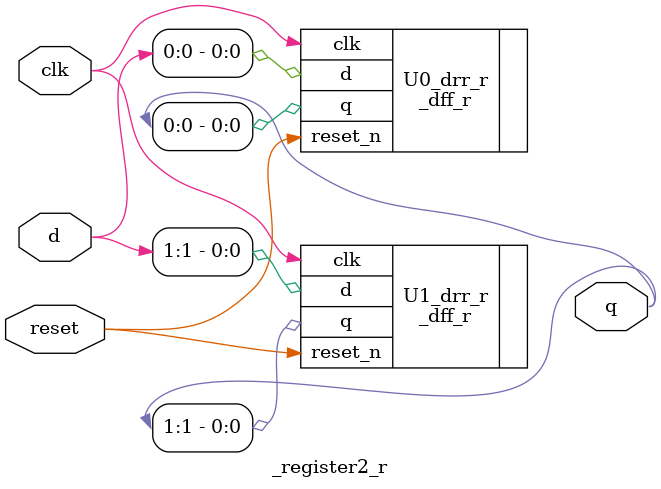
<source format=v>
module _register2_r(clk,reset,d,q); //2 bits register
	input clk,reset; //inputs
	input [1:0]d;
	output [1:0]q; //outputs
	//instance register
	_dff_r U0_drr_r(.clk(clk),.reset_n(reset),.d(d[0]),.q(q[0]));
	_dff_r U1_drr_r(.clk(clk),.reset_n(reset),.d(d[1]),.q(q[1]));
	endmodule

</source>
